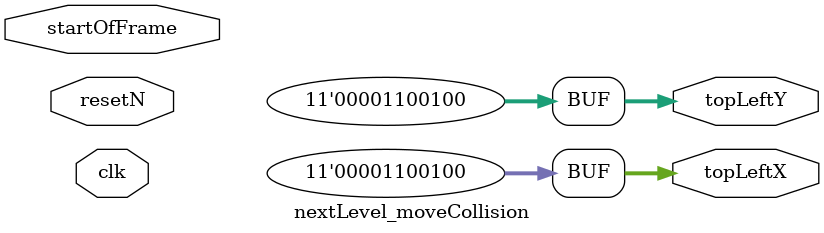
<source format=sv>
module nextLevel_moveCollision(			
	input		logic	clk,
	input		logic	resetN,
	input    logic startOfFrame,		
	
	output	logic signed [10:0] topLeftX,
	output	logic signed [10:0]	topLeftY			
);
	
parameter int TLX = 100;
parameter int TLY = 100;

parameter  int OBJECT_WIDTH_X = 152;
parameter  int OBJECT_HEIGHT_Y = 112;

assign topLeftX = TLX;
assign topLeftY = TLY;
	
always_ff@(posedge clk or negedge resetN)
begin
	if(!resetN) begin			
	end
	else begin
	end
end 
				
endmodule
</source>
